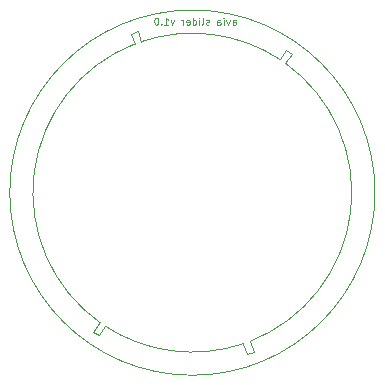
<source format=gbr>
%TF.GenerationSoftware,KiCad,Pcbnew,6.0.7-1.fc35*%
%TF.CreationDate,2022-12-09T23:37:34+01:00*%
%TF.ProjectId,slider,736c6964-6572-42e6-9b69-6361645f7063,rev?*%
%TF.SameCoordinates,Original*%
%TF.FileFunction,Legend,Bot*%
%TF.FilePolarity,Positive*%
%FSLAX46Y46*%
G04 Gerber Fmt 4.6, Leading zero omitted, Abs format (unit mm)*
G04 Created by KiCad (PCBNEW 6.0.7-1.fc35) date 2022-12-09 23:37:34*
%MOMM*%
%LPD*%
G01*
G04 APERTURE LIST*
%TA.AperFunction,Profile*%
%ADD10C,0.050000*%
%TD*%
%TA.AperFunction,Profile*%
%ADD11C,0.100000*%
%TD*%
%ADD12C,0.120000*%
G04 APERTURE END LIST*
D10*
X146269724Y-82509286D02*
G75*
G03*
X143300000Y-106089999I4870276J-12590714D01*
G01*
X143741768Y-106392150D02*
G75*
G03*
X155460000Y-107890000I7398232J11292150D01*
G01*
X156010276Y-107690714D02*
G75*
G03*
X158980000Y-84110001I-4870276J12590714D01*
G01*
X158538232Y-83807850D02*
G75*
G03*
X146820000Y-82310000I-7398232J-11292150D01*
G01*
X159050000Y-83040000D02*
X158538323Y-83807711D01*
X159050000Y-83040000D02*
X159540000Y-83330000D01*
X159540000Y-83330000D02*
X158980000Y-84110000D01*
X143230000Y-107160000D02*
X143741677Y-106392289D01*
X143230000Y-107160000D02*
X142740000Y-106870000D01*
X142740000Y-106870000D02*
X143300000Y-106090000D01*
X155770000Y-108770000D02*
X155460000Y-107890000D01*
X156350000Y-108570000D02*
X155770000Y-108770000D01*
X156010000Y-107690000D02*
X156350000Y-108570000D01*
X146510000Y-81430000D02*
X146820000Y-82310000D01*
X145930000Y-81630000D02*
X146510000Y-81430000D01*
X146270000Y-82510000D02*
X145930000Y-81630000D01*
D11*
X166600000Y-95100000D02*
G75*
G03*
X166600000Y-95100000I-15460000J0D01*
G01*
D12*
X154541428Y-80871428D02*
X154541428Y-80557142D01*
X154570000Y-80500000D01*
X154627142Y-80471428D01*
X154741428Y-80471428D01*
X154798571Y-80500000D01*
X154541428Y-80842857D02*
X154598571Y-80871428D01*
X154741428Y-80871428D01*
X154798571Y-80842857D01*
X154827142Y-80785714D01*
X154827142Y-80728571D01*
X154798571Y-80671428D01*
X154741428Y-80642857D01*
X154598571Y-80642857D01*
X154541428Y-80614285D01*
X154312857Y-80471428D02*
X154170000Y-80871428D01*
X154027142Y-80471428D01*
X153798571Y-80871428D02*
X153798571Y-80471428D01*
X153798571Y-80271428D02*
X153827142Y-80300000D01*
X153798571Y-80328571D01*
X153770000Y-80300000D01*
X153798571Y-80271428D01*
X153798571Y-80328571D01*
X153255714Y-80871428D02*
X153255714Y-80557142D01*
X153284285Y-80500000D01*
X153341428Y-80471428D01*
X153455714Y-80471428D01*
X153512857Y-80500000D01*
X153255714Y-80842857D02*
X153312857Y-80871428D01*
X153455714Y-80871428D01*
X153512857Y-80842857D01*
X153541428Y-80785714D01*
X153541428Y-80728571D01*
X153512857Y-80671428D01*
X153455714Y-80642857D01*
X153312857Y-80642857D01*
X153255714Y-80614285D01*
X152541428Y-80842857D02*
X152484285Y-80871428D01*
X152370000Y-80871428D01*
X152312857Y-80842857D01*
X152284285Y-80785714D01*
X152284285Y-80757142D01*
X152312857Y-80700000D01*
X152370000Y-80671428D01*
X152455714Y-80671428D01*
X152512857Y-80642857D01*
X152541428Y-80585714D01*
X152541428Y-80557142D01*
X152512857Y-80500000D01*
X152455714Y-80471428D01*
X152370000Y-80471428D01*
X152312857Y-80500000D01*
X151941428Y-80871428D02*
X151998571Y-80842857D01*
X152027142Y-80785714D01*
X152027142Y-80271428D01*
X151712857Y-80871428D02*
X151712857Y-80471428D01*
X151712857Y-80271428D02*
X151741428Y-80300000D01*
X151712857Y-80328571D01*
X151684285Y-80300000D01*
X151712857Y-80271428D01*
X151712857Y-80328571D01*
X151170000Y-80871428D02*
X151170000Y-80271428D01*
X151170000Y-80842857D02*
X151227142Y-80871428D01*
X151341428Y-80871428D01*
X151398571Y-80842857D01*
X151427142Y-80814285D01*
X151455714Y-80757142D01*
X151455714Y-80585714D01*
X151427142Y-80528571D01*
X151398571Y-80500000D01*
X151341428Y-80471428D01*
X151227142Y-80471428D01*
X151170000Y-80500000D01*
X150655714Y-80842857D02*
X150712857Y-80871428D01*
X150827142Y-80871428D01*
X150884285Y-80842857D01*
X150912857Y-80785714D01*
X150912857Y-80557142D01*
X150884285Y-80500000D01*
X150827142Y-80471428D01*
X150712857Y-80471428D01*
X150655714Y-80500000D01*
X150627142Y-80557142D01*
X150627142Y-80614285D01*
X150912857Y-80671428D01*
X150370000Y-80871428D02*
X150370000Y-80471428D01*
X150370000Y-80585714D02*
X150341428Y-80528571D01*
X150312857Y-80500000D01*
X150255714Y-80471428D01*
X150198571Y-80471428D01*
X149598571Y-80471428D02*
X149455714Y-80871428D01*
X149312857Y-80471428D01*
X148770000Y-80871428D02*
X149112857Y-80871428D01*
X148941428Y-80871428D02*
X148941428Y-80271428D01*
X148998571Y-80357142D01*
X149055714Y-80414285D01*
X149112857Y-80442857D01*
X148512857Y-80814285D02*
X148484285Y-80842857D01*
X148512857Y-80871428D01*
X148541428Y-80842857D01*
X148512857Y-80814285D01*
X148512857Y-80871428D01*
X148112857Y-80271428D02*
X148055714Y-80271428D01*
X147998571Y-80300000D01*
X147970000Y-80328571D01*
X147941428Y-80385714D01*
X147912857Y-80500000D01*
X147912857Y-80642857D01*
X147941428Y-80757142D01*
X147970000Y-80814285D01*
X147998571Y-80842857D01*
X148055714Y-80871428D01*
X148112857Y-80871428D01*
X148170000Y-80842857D01*
X148198571Y-80814285D01*
X148227142Y-80757142D01*
X148255714Y-80642857D01*
X148255714Y-80500000D01*
X148227142Y-80385714D01*
X148198571Y-80328571D01*
X148170000Y-80300000D01*
X148112857Y-80271428D01*
M02*

</source>
